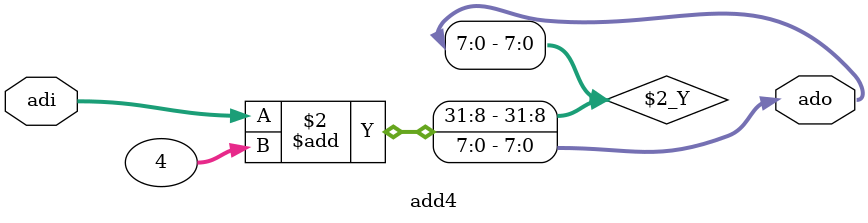
<source format=v>

module add4(adi,ado);
  input[7:0] adi;
  output reg[7:0] ado;
  
  always@(*)
  begin
    ado=adi+4;
  end
endmodule
  
//tested ok.
</source>
